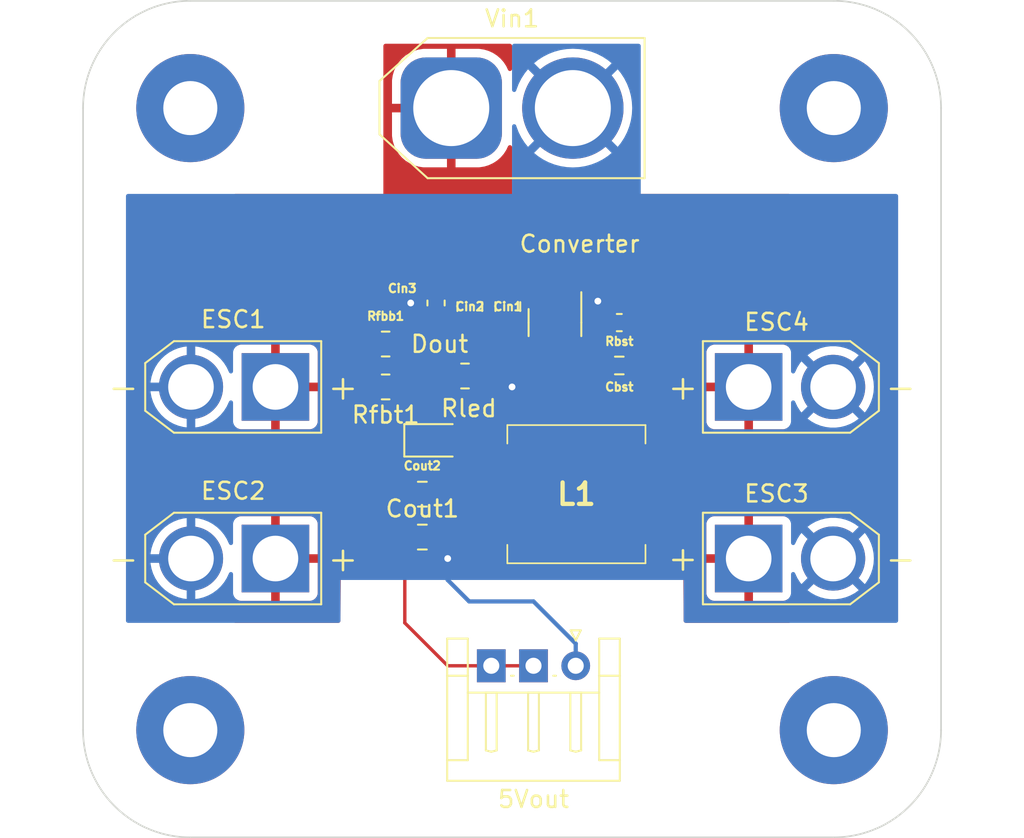
<source format=kicad_pcb>
(kicad_pcb (version 20240108) (generator "pcbnew") (generator_version "8.0")
  (layers (0 "F.Cu" signal) (31 "B.Cu" power) (34 "B.Paste" user) (35 "F.Paste" user) (36 "B.SilkS" user "B.Silkscreen") (37 "F.SilkS" user "F.Silkscreen") (38 "B.Mask" user) (39 "F.Mask" user) (44 "Edge.Cuts" user))
  (net 0 "")
  (net 1 "Net-(Cbst1-Pad1)")
  (net 2 "Net-(Converter1-Pad2)")
  (net 3 "VCC")
  (net 4 "GND")
  (net 5 "Net-(Converter1-Pad4)")
  (net 7 "Net-(Converter1-Pad6)")
  (net 8 "/Vout")
  (net 9 "Net-(Dout1-Pad1)")
  (footprint "MountingHole:MountingHole_3.2mm_M3_Pad" (layer "F.Cu") (at 107.95 97.79)
    (property "Reference" "REF**" (hide yes))
    (property "Value" "MountingHole_3.2mm_M3_Pad")
    (pad "1" thru_hole circle (at 0 0) (size 6.4 6.4) (drill 3.2) (layers "*.Cu" "*.Mask"))
  )
  (footprint "LED_SMD:LED_0805_2012Metric_Pad1.15x1.40mm_HandSolder" (layer "F.Cu") (at 122.48 80.6325)
    (property "Reference" "Dout" (at 0.227064 -5.7025 0) (layer "F.SilkS"))
    (property "Value" "LED" (hide yes))
    (fp_line (start -1.86 -0.96) (end -1.86 0.96) (stroke (width 0.12)) (layer "F.SilkS"))
    (fp_line (start -1.86 0.96) (end 1 0.96) (stroke (width 0.12)) (layer "F.SilkS"))
    (fp_line (start 1 -0.96) (end -1.86 -0.96) (stroke (width 0.12)) (layer "F.SilkS"))
    (pad "1" smd roundrect (at -1.025 0) (size 1.15 1.4) (layers "F.Cu" "F.Paste" "F.Mask") (roundrect_rratio 0.2173913043) (net 9 "Net-(Dout1-Pad1)"))
    (pad "2" smd roundrect (at 1.025 0) (size 1.15 1.4) (layers "F.Cu" "F.Paste" "F.Mask") (roundrect_rratio 0.2173913043) (net 8 "/Vout"))
  )
  (footprint "MountingHole:MountingHole_3.2mm_M3_Pad" (layer "F.Cu") (at 107.95 60.96)
    (property "Reference" "REF**" (hide yes))
    (property "Value" "MountingHole_3.2mm_M3_Pad")
    (pad "1" thru_hole circle (at 0 0) (size 6.4 6.4) (drill 3.2) (layers "*.Cu" "*.Mask"))
  )
  (footprint "KiCad:IHLP3232DZER330M11" (layer "F.Cu") (at 130.81 83.82 180)
    (property "Reference" "L1" (at 0 0 0) (layer "F.SilkS") (effects (font (size 1.27 1.27) (thickness 0.254))))
    (property "Value" "5.6uH" (hide yes))
    (fp_line (start 4.09 4.09) (end 4.09 3) (stroke (width 0.1)) (layer "F.SilkS"))
    (fp_line (start 4.09 -4.09) (end 4.09 -3) (stroke (width 0.1)) (layer "F.SilkS"))
    (fp_line (start -4.09 4.09) (end 4.09 4.09) (stroke (width 0.1)) (layer "F.SilkS"))
    (fp_line (start -4.09 3) (end -4.09 4.09) (stroke (width 0.1)) (layer "F.SilkS"))
    (fp_line (start -4.09 -3) (end -4.09 -4.09) (stroke (width 0.1)) (layer "F.SilkS"))
    (fp_line (start -4.09 -4.09) (end 4.09 -4.09) (stroke (width 0.1)) (layer "F.SilkS"))
    (pad "1" smd rect (at -3.619 0 180) (size 2.413 5.334) (layers "F.Cu" "F.Paste" "F.Mask") (net 2 "Net-(Converter1-Pad2)"))
    (pad "2" smd rect (at 3.619 0 180) (size 2.413 5.334) (layers "F.Cu" "F.Paste" "F.Mask") (net 8 "/Vout"))
  )
  (footprint "Capacitor_SMD:C_0603_1608Metric_Pad1.08x0.95mm_HandSolder" (layer "F.Cu") (at 133.35 73.66 180)
    (property "Reference" "Cbst" (at 0 -3.81 0) (layer "F.SilkS") (effects (font (size 0.5 0.5) (thickness 0.125))))
    (property "Value" "100nF" (hide yes))
    (fp_line (start -0.146267 0.51) (end 0.146267 0.51) (stroke (width 0.12)) (layer "F.SilkS"))
    (fp_line (start -0.146267 -0.51) (end 0.146267 -0.51) (stroke (width 0.12)) (layer "F.SilkS"))
    (pad "1" smd roundrect (at -0.8625 0 180) (size 1.075 0.95) (layers "F.Cu" "F.Paste" "F.Mask") (net 1 "Net-(Cbst1-Pad1)"))
    (pad "2" smd roundrect (at 0.8625 0 180) (size 1.075 0.95) (layers "F.Cu" "F.Paste" "F.Mask") (net 2 "Net-(Converter1-Pad2)"))
  )
  (footprint "Connector_AMASS:AMASS_XT30U-F_1x02_P5.0mm_Vertical" (layer "F.Cu") (at 107.99 77.47)
    (property "Reference" "ESC1" (at 2.5 -4 0) (layer "F.SilkS"))
    (property "Value" "Conn_01x02_Female")
    (fp_line (start -2.71 -1.41) (end -2.71 1.41) (stroke (width 0.12)) (layer "F.SilkS"))
    (fp_line (start -2.71 -1.41) (end -1.01 -2.71) (stroke (width 0.12)) (layer "F.SilkS"))
    (fp_line (start -2.71 1.41) (end -1.01 2.71) (stroke (width 0.12)) (layer "F.SilkS"))
    (fp_line (start -1.01 -2.71) (end 7.71 -2.71) (stroke (width 0.12)) (layer "F.SilkS"))
    (fp_line (start -1.01 2.71) (end 7.71 2.71) (stroke (width 0.12)) (layer "F.SilkS"))
    (fp_line (start 7.71 -2.71) (end 7.71 2.71) (stroke (width 0.12)) (layer "F.SilkS"))
    (fp_text user "+" (at 9 0 0) (layer "F.SilkS") (effects (font (size 1.5 1.5))))
    (fp_text user "-" (at -4 0 0) (layer "F.SilkS") (effects (font (size 1.5 1.5))))
    (pad "1" thru_hole oval (at 0 0) (size 3.8 3.8) (drill 2.7) (layers "*.Cu" "*.Mask") (net 4 "GND"))
    (pad "2" thru_hole rect (at 5 0) (size 4 4) (drill 2.7) (layers "*.Cu" "*.Mask") (net 3 "VCC"))
  )
  (footprint "Connector_JST:JST_EH_S3B-EH_1x03_P2.50mm_Horizontal" (layer "F.Cu") (at 130.77 93.98 180)
    (property "Reference" "5Vout" (at 2.5 -7.9 0) (layer "F.SilkS"))
    (property "Value" "Conn_01x03_Male")
    (fp_line (start 7.61 1.61) (end 6.39 1.61) (stroke (width 0.12)) (layer "F.SilkS"))
    (fp_line (start 7.61 -5.59) (end 6.39 -5.59) (stroke (width 0.12)) (layer "F.SilkS"))
    (fp_line (start 7.61 -6.81) (end 7.61 1.61) (stroke (width 0.12)) (layer "F.SilkS"))
    (fp_line (start 6.39 1.61) (end 6.39 -0.59) (stroke (width 0.12)) (layer "F.SilkS"))
    (fp_line (start 6.39 -0.59) (end 7.61 -0.59) (stroke (width 0.12)) (layer "F.SilkS"))
    (fp_line (start 6.39 -5.59) (end 6.39 -0.59) (stroke (width 0.12)) (layer "F.SilkS"))
    (fp_line (start 5.32 -1.59) (end 5 -1.59) (stroke (width 0.12)) (layer "F.SilkS"))
    (fp_line (start 5.32 -5.01) (end 5.32 -1.59) (stroke (width 0.12)) (layer "F.SilkS"))
    (fp_line (start 5 -1.59) (end 4.68 -1.59) (stroke (width 0.12)) (layer "F.SilkS"))
    (fp_line (start 5 -5.09) (end 5.32 -5.01) (stroke (width 0.12)) (layer "F.SilkS"))
    (fp_line (start 4.68 -1.59) (end 4.68 -5.01) (stroke (width 0.12)) (layer "F.SilkS"))
    (fp_line (start 4.68 -5.01) (end 5 -5.09) (stroke (width 0.12)) (layer "F.SilkS"))
    (fp_line (start 3.67 -0.59) (end 3.83 -0.59) (stroke (width 0.12)) (layer "F.SilkS"))
    (fp_line (start 2.82 -1.59) (end 2.5 -1.59) (stroke (width 0.12)) (layer "F.SilkS"))
    (fp_line (start 2.82 -5.01) (end 2.82 -1.59) (stroke (width 0.12)) (layer "F.SilkS"))
    (fp_line (start 2.5 -1.59) (end 2.18 -1.59) (stroke (width 0.12)) (layer "F.SilkS"))
    (fp_line (start 2.5 -5.09) (end 2.82 -5.01) (stroke (width 0.12)) (layer "F.SilkS"))
    (fp_line (start 2.18 -1.59) (end 2.18 -5.01) (stroke (width 0.12)) (layer "F.SilkS"))
    (fp_line (start 2.18 -5.01) (end 2.5 -5.09) (stroke (width 0.12)) (layer "F.SilkS"))
    (fp_line (start 1.17 -0.59) (end 1.33 -0.59) (stroke (width 0.12)) (layer "F.SilkS"))
    (fp_line (start 0.32 -1.59) (end 0 -1.59) (stroke (width 0.12)) (layer "F.SilkS"))
    (fp_line (start 0.32 -5.01) (end 0.32 -1.59) (stroke (width 0.12)) (layer "F.SilkS"))
    (fp_line (start 0.3 2.1) (end 0 1.5) (stroke (width 0.12)) (layer "F.SilkS"))
    (fp_line (start 0 1.5) (end -0.3 2.1) (stroke (width 0.12)) (layer "F.SilkS"))
    (fp_line (start 0 -1.59) (end -0.32 -1.59) (stroke (width 0.12)) (layer "F.SilkS"))
    (fp_line (start 0 -5.09) (end 0.32 -5.01) (stroke (width 0.12)) (layer "F.SilkS"))
    (fp_line (start -0.3 2.1) (end 0.3 2.1) (stroke (width 0.12)) (layer "F.SilkS"))
    (fp_line (start -0.32 -1.59) (end -0.32 -5.01) (stroke (width 0.12)) (layer "F.SilkS"))
    (fp_line (start -0.32 -5.01) (end 0 -5.09) (stroke (width 0.12)) (layer "F.SilkS"))
    (fp_line (start -1.39 1.61) (end -2.61 1.61) (stroke (width 0.12)) (layer "F.SilkS"))
    (fp_line (start -1.39 -0.59) (end -1.39 1.61) (stroke (width 0.12)) (layer "F.SilkS"))
    (fp_line (start -1.39 -0.59) (end -2.61 -0.59) (stroke (width 0.12)) (layer "F.SilkS"))
    (fp_line (start -1.39 -1.59) (end 6.39 -1.59) (stroke (width 0.12)) (layer "F.SilkS"))
    (fp_line (start -1.39 -5.59) (end -1.39 -0.59) (stroke (width 0.12)) (layer "F.SilkS"))
    (fp_line (start -2.61 1.61) (end -2.61 -6.81) (stroke (width 0.12)) (layer "F.SilkS"))
    (fp_line (start -2.61 -5.59) (end -1.39 -5.59) (stroke (width 0.12)) (layer "F.SilkS"))
    (fp_line (start -2.61 -6.81) (end 7.61 -6.81) (stroke (width 0.12)) (layer "F.SilkS"))
    (pad "1" thru_hole circle (at 0 0 180) (size 1.7 1.7) (drill 0.95) (layers "*.Cu" "*.Mask") (net 4 "GND"))
    (pad "2" thru_hole rect (at 2.5 0 180) (size 1.7 1.95) (drill 0.95) (layers "*.Cu" "*.Mask") (net 8 "/Vout"))
    (pad "3" thru_hole rect (at 5 0 180) (size 1.7 1.95) (drill 0.95) (layers "*.Cu" "*.Mask") (net 8 "/Vout"))
  )
  (footprint "Connector_AMASS:AMASS_XT60-M_1x02_P7.20mm_Vertical" (layer "F.Cu") (at 123.4 60.96)
    (property "Reference" "Vin1" (at 3.6 -5.3 0) (layer "F.SilkS"))
    (property "Value" "24V")
    (fp_line (start -4.25 -1.6) (end -4.25 1.55) (stroke (width 0.12)) (layer "F.SilkS"))
    (fp_line (start -4.25 1.55) (end -1.4 4.15) (stroke (width 0.12)) (layer "F.SilkS"))
    (fp_line (start -1.4 -4.15) (end -4.25 -1.6) (stroke (width 0.12)) (layer "F.SilkS"))
    (fp_line (start -1.4 4.15) (end 11.45 4.15) (stroke (width 0.12)) (layer "F.SilkS"))
    (fp_line (start 11.45 -4.15) (end -1.4 -4.15) (stroke (width 0.12)) (layer "F.SilkS"))
    (fp_line (start 11.45 4.15) (end 11.45 -4.15) (stroke (width 0.12)) (layer "F.SilkS"))
    (pad "1" thru_hole roundrect (at 0 0) (size 6 6) (drill 4.5) (layers "*.Cu" "*.Mask") (net 3 "VCC"))
    (pad "2" thru_hole circle (at 7.2 0) (size 6 6) (drill 4.5) (layers "*.Cu" "*.Mask") (net 4 "GND"))
  )
  (footprint "Resistor_SMD:R_0805_2012Metric_Pad1.20x1.40mm_HandSolder" (layer "F.Cu") (at 124.215 76.8225)
    (property "Reference" "Rled" (at 0.227064 1.9175 0) (layer "F.SilkS"))
    (property "Value" "5kOhm" (hide yes))
    (fp_line (start -0.227064 -0.735) (end 0.227064 -0.735) (stroke (width 0.12)) (layer "F.SilkS"))
    (fp_line (start -0.227064 0.735) (end 0.227064 0.735) (stroke (width 0.12)) (layer "F.SilkS"))
    (pad "1" smd roundrect (at -1 0) (size 1.2 1.4) (layers "F.Cu" "F.Paste" "F.Mask") (roundrect_rratio 0.2083333333) (net 9 "Net-(Dout1-Pad1)"))
    (pad "2" smd roundrect (at 1 0) (size 1.2 1.4) (layers "F.Cu" "F.Paste" "F.Mask") (roundrect_rratio 0.2083333333) (net 4 "GND"))
  )
  (footprint "Package_TO_SOT_SMD:SOT-23-6" (layer "F.Cu") (at 129.54 73.66 -90)
    (property "Reference" "Converter" (at -4.66 -1.46 180) (layer "F.SilkS"))
    (property "Value" "TPS56339DDC")
    (fp_line (start 0 1.56) (end -0.8 1.56) (stroke (width 0.12)) (layer "F.SilkS"))
    (fp_line (start 0 1.56) (end 0.8 1.56) (stroke (width 0.12)) (layer "F.SilkS"))
    (fp_line (start 0 -1.56) (end -1.8 -1.56) (stroke (width 0.12)) (layer "F.SilkS"))
    (fp_line (start 0 -1.56) (end 0.8 -1.56) (stroke (width 0.12)) (layer "F.SilkS"))
    (pad "1" smd roundrect (at -1.1375 -0.95 270) (size 1.325 0.6) (layers "F.Cu" "F.Paste" "F.Mask") (net 4 "GND"))
    (pad "2" smd roundrect (at -1.1375 0 270) (size 1.325 0.6) (layers "F.Cu" "F.Paste" "F.Mask") (net 2 "Net-(Converter1-Pad2)"))
    (pad "3" smd roundrect (at -1.1375 0.95 270) (size 1.325 0.6) (layers "F.Cu" "F.Paste" "F.Mask") (net 3 "VCC"))
    (pad "4" smd roundrect (at 1.1375 0.95 270) (size 1.325 0.6) (layers "F.Cu" "F.Paste" "F.Mask") (net 5 "Net-(Converter1-Pad4)"))
    (pad "5" smd roundrect (at 1.1375 0 270) (size 1.325 0.6) (layers "F.Cu" "F.Paste" "F.Mask"))
    (pad "6" smd roundrect (at 1.1375 -0.95 270) (size 1.325 0.6) (layers "F.Cu" "F.Paste" "F.Mask") (net 7 "Net-(Converter1-Pad6)"))
  )
  (footprint "Connector_AMASS:AMASS_XT30U-F_1x02_P5.0mm_Vertical" (layer "F.Cu") (at 146.01 77.47 180)
    (property "Reference" "ESC4" (at 3.35 3.84 0) (layer "F.SilkS"))
    (property "Value" "Conn_01x02_Female")
    (fp_line (start 7.71 -2.71) (end 7.71 2.71) (stroke (width 0.12)) (layer "F.SilkS"))
    (fp_line (start -1.01 2.71) (end 7.71 2.71) (stroke (width 0.12)) (layer "F.SilkS"))
    (fp_line (start -1.01 -2.71) (end 7.71 -2.71) (stroke (width 0.12)) (layer "F.SilkS"))
    (fp_line (start -2.71 1.41) (end -1.01 2.71) (stroke (width 0.12)) (layer "F.SilkS"))
    (fp_line (start -2.71 -1.41) (end -1.01 -2.71) (stroke (width 0.12)) (layer "F.SilkS"))
    (fp_line (start -2.71 -1.41) (end -2.71 1.41) (stroke (width 0.12)) (layer "F.SilkS"))
    (fp_text user "-" (at -4 0 0) (layer "F.SilkS") (effects (font (size 1.5 1.5))))
    (fp_text user "+" (at 8.89 0 0) (layer "F.SilkS") (effects (font (size 1.5 1.5))))
    (pad "1" thru_hole circle (at 0 0 180) (size 3.8 3.8) (drill 2.7) (layers "*.Cu" "*.Mask") (net 4 "GND"))
    (pad "2" thru_hole rect (at 5 0 180) (size 4 4) (drill 2.7) (layers "*.Cu" "*.Mask") (net 3 "VCC"))
  )
  (footprint "Resistor_SMD:R_0805_2012Metric_Pad1.20x1.40mm_HandSolder" (layer "F.Cu") (at 119.515 74.93)
    (property "Reference" "Rfbb1" (at 0 -1.65 0) (layer "F.SilkS") (effects (font (size 0.5 0.5) (thickness 0.125))))
    (property "Value" "10kOhm" (hide yes))
    (fp_line (start -0.227064 -0.735) (end 0.227064 -0.735) (stroke (width 0.12)) (layer "F.SilkS"))
    (fp_line (start -0.227064 0.735) (end 0.227064 0.735) (stroke (width 0.12)) (layer "F.SilkS"))
    (pad "1" smd roundrect (at -1 0) (size 1.2 1.4) (layers "F.Cu" "F.Paste" "F.Mask") (roundrect_rratio 0.2083333333) (net 5 "Net-(Converter1-Pad4)"))
    (pad "2" smd roundrect (at 1 0) (size 1.2 1.4) (layers "F.Cu" "F.Paste" "F.Mask") (roundrect_rratio 0.2083333333) (net 4 "GND"))
  )
  (footprint "Capacitor_SMD:C_0805_2012Metric_Pad1.18x1.45mm_HandSolder" (layer "F.Cu") (at 126.75 72.7125 -90)
    (property "Reference" "Cin1" (at 0 0 360) (layer "F.SilkS") (effects (font (size 0.5 0.5) (thickness 0.125))))
    (property "Value" "1uF" (hide yes))
    (fp_line (start -0.261252 0.735) (end 0.261252 0.735) (stroke (width 0.12)) (layer "F.SilkS"))
    (fp_line (start -0.261252 -0.735) (end 0.261252 -0.735) (stroke (width 0.12)) (layer "F.SilkS"))
    (pad "1" smd roundrect (at -1.0375 0 270) (size 1.175 1.45) (layers "F.Cu" "F.Paste" "F.Mask") (roundrect_rratio 0.2127659574) (net 3 "VCC"))
    (pad "2" smd roundrect (at 1.0375 0 270) (size 1.175 1.45) (layers "F.Cu" "F.Paste" "F.Mask") (roundrect_rratio 0.2127659574) (net 4 "GND"))
  )
  (footprint "Capacitor_SMD:C_0805_2012Metric_Pad1.18x1.45mm_HandSolder" (layer "F.Cu") (at 124.5 72.7125 -90)
    (property "Reference" "Cin2" (at 0 0 360) (layer "F.SilkS") (effects (font (size 0.5 0.5) (thickness 0.125))))
    (property "Value" "1uF" (hide yes))
    (fp_line (start -0.261252 0.735) (end 0.261252 0.735) (stroke (width 0.12)) (layer "F.SilkS"))
    (fp_line (start -0.261252 -0.735) (end 0.261252 -0.735) (stroke (width 0.12)) (layer "F.SilkS"))
    (pad "1" smd roundrect (at -1.0375 0 270) (size 1.175 1.45) (layers "F.Cu" "F.Paste" "F.Mask") (roundrect_rratio 0.2127659574) (net 3 "VCC"))
    (pad "2" smd roundrect (at 1.0375 0 270) (size 1.175 1.45) (layers "F.Cu" "F.Paste" "F.Mask") (roundrect_rratio 0.2127659574) (net 4 "GND"))
  )
  (footprint "MountingHole:MountingHole_3.2mm_M3_Pad" (layer "F.Cu") (at 146.05 60.96)
    (property "Reference" "REF**" (hide yes))
    (property "Value" "MountingHole_3.2mm_M3_Pad")
    (pad "1" thru_hole circle (at 0 0) (size 6.4 6.4) (drill 3.2) (layers "*.Cu" "*.Mask"))
  )
  (footprint "MountingHole:MountingHole_3.2mm_M3_Pad" (layer "F.Cu") (at 146.05 97.79)
    (property "Reference" "REF**" (hide yes))
    (property "Value" "MountingHole_3.2mm_M3_Pad")
    (pad "1" thru_hole circle (at 0 0) (size 6.4 6.4) (drill 3.2) (layers "*.Cu" "*.Mask"))
  )
  (footprint "Capacitor_SMD:C_0805_2012Metric_Pad1.18x1.45mm_HandSolder" (layer "F.Cu") (at 121.6875 86.36)
    (property "Reference" "Cout1" (at 0 -1.68 0) (layer "F.SilkS"))
    (property "Value" "22uF" (hide yes))
    (fp_line (start -0.261252 -0.735) (end 0.261252 -0.735) (stroke (width 0.12)) (layer "F.SilkS"))
    (fp_line (start -0.261252 0.735) (end 0.261252 0.735) (stroke (width 0.12)) (layer "F.SilkS"))
    (pad "1" smd roundrect (at -1.0375 0) (size 1.175 1.45) (layers "F.Cu" "F.Paste" "F.Mask") (roundrect_rratio 0.2127659574) (net 8 "/Vout"))
    (pad "2" smd roundrect (at 1.0375 0) (size 1.175 1.45) (layers "F.Cu" "F.Paste" "F.Mask") (roundrect_rratio 0.2127659574) (net 4 "GND"))
  )
  (footprint "Capacitor_SMD:C_0603_1608Metric_Pad1.08x0.95mm_HandSolder" (layer "F.Cu") (at 122.5 72.5 -90)
    (property "Reference" "Cin3" (at -0.8625 2 180) (layer "F.SilkS") (effects (font (size 0.5 0.5) (thickness 0.125))))
    (property "Value" "100nF" (hide yes))
    (fp_line (start -0.146267 0.51) (end 0.146267 0.51) (stroke (width 0.12)) (layer "F.SilkS"))
    (fp_line (start -0.146267 -0.51) (end 0.146267 -0.51) (stroke (width 0.12)) (layer "F.SilkS"))
    (pad "1" smd roundrect (at -0.8625 0 270) (size 1.075 0.95) (layers "F.Cu" "F.Paste" "F.Mask") (net 3 "VCC"))
    (pad "2" smd roundrect (at 0.8625 0 270) (size 1.075 0.95) (layers "F.Cu" "F.Paste" "F.Mask") (net 4 "GND"))
  )
  (footprint "Connector_AMASS:AMASS_XT30U-F_1x02_P5.0mm_Vertical" (layer "F.Cu") (at 146.01 87.63 180)
    (property "Reference" "ESC3" (at 3.35 3.84 0) (layer "F.SilkS"))
    (property "Value" "Conn_01x02_Female")
    (fp_line (start 7.71 -2.71) (end 7.71 2.71) (stroke (width 0.12)) (layer "F.SilkS"))
    (fp_line (start -1.01 2.71) (end 7.71 2.71) (stroke (width 0.12)) (layer "F.SilkS"))
    (fp_line (start -1.01 -2.71) (end 7.71 -2.71) (stroke (width 0.12)) (layer "F.SilkS"))
    (fp_line (start -2.71 1.41) (end -1.01 2.71) (stroke (width 0.12)) (layer "F.SilkS"))
    (fp_line (start -2.71 -1.41) (end -1.01 -2.71) (stroke (width 0.12)) (layer "F.SilkS"))
    (fp_line (start -2.71 -1.41) (end -2.71 1.41) (stroke (width 0.12)) (layer "F.SilkS"))
    (fp_text user "+" (at 8.89 0.03 0) (layer "F.SilkS") (effects (font (size 1.5 1.5))))
    (fp_text user "-" (at -4 0 0) (layer "F.SilkS") (effects (font (size 1.5 1.5))))
    (pad "1" thru_hole circle (at 0 0 180) (size 3.8 3.8) (drill 2.7) (layers "*.Cu" "*.Mask") (net 4 "GND"))
    (pad "2" thru_hole rect (at 5 0 180) (size 4 4) (drill 2.7) (layers "*.Cu" "*.Mask") (net 3 "VCC"))
  )
  (footprint "Connector_AMASS:AMASS_XT30U-F_1x02_P5.0mm_Vertical" (layer "F.Cu") (at 107.99 87.63)
    (property "Reference" "ESC2" (at 2.5 -4 0) (layer "F.SilkS"))
    (property "Value" "Conn_01x02_Female")
    (fp_line (start -2.71 -1.41) (end -2.71 1.41) (stroke (width 0.12)) (layer "F.SilkS"))
    (fp_line (start -2.71 -1.41) (end -1.01 -2.71) (stroke (width 0.12)) (layer "F.SilkS"))
    (fp_line (start -2.71 1.41) (end -1.01 2.71) (stroke (width 0.12)) (layer "F.SilkS"))
    (fp_line (start -1.01 -2.71) (end 7.71 -2.71) (stroke (width 0.12)) (layer "F.SilkS"))
    (fp_line (start -1.01 2.71) (end 7.71 2.71) (stroke (width 0.12)) (layer "F.SilkS"))
    (fp_line (start 7.71 -2.71) (end 7.71 2.71) (stroke (width 0.12)) (layer "F.SilkS"))
    (fp_text user "-" (at -4 0 0) (layer "F.SilkS") (effects (font (size 1.5 1.5))))
    (fp_text user "+" (at 9 0 0) (layer "F.SilkS") (effects (font (size 1.5 1.5))))
    (pad "1" thru_hole oval (at 0 0) (size 3.8 3.8) (drill 2.7) (layers "*.Cu" "*.Mask") (net 4 "GND"))
    (pad "2" thru_hole rect (at 5 0) (size 4 4) (drill 2.7) (layers "*.Cu" "*.Mask") (net 3 "VCC"))
  )
  (footprint "Resistor_SMD:R_0603_1608Metric_Pad0.98x0.95mm_HandSolder" (layer "F.Cu") (at 133.35 76.2)
    (property "Reference" "Rbst" (at 0 -1.43 0) (layer "F.SilkS") (effects (font (size 0.5 0.5) (thickness 0.125))))
    (property "Value" "300Ohm" (hide yes))
    (fp_line (start -0.254724 -0.5225) (end 0.254724 -0.5225) (stroke (width 0.12)) (layer "F.SilkS"))
    (fp_line (start -0.254724 0.5225) (end 0.254724 0.5225) (stroke (width 0.12)) (layer "F.SilkS"))
    (pad "1" smd roundrect (at -0.9125 0) (size 0.975 0.95) (layers "F.Cu" "F.Paste" "F.Mask") (net 7 "Net-(Converter1-Pad6)"))
    (pad "2" smd roundrect (at 0.9125 0) (size 0.975 0.95) (layers "F.Cu" "F.Paste" "F.Mask") (net 1 "Net-(Cbst1-Pad1)"))
  )
  (footprint "Capacitor_SMD:C_0805_2012Metric_Pad1.18x1.45mm_HandSolder" (layer "F.Cu") (at 121.6875 83.82)
    (property "Reference" "Cout2" (at 0 -1.68 0) (layer "F.SilkS") (effects (font (size 0.5 0.5) (thickness 0.125))))
    (property "Value" "22uF" (hide yes))
    (fp_line (start -0.261252 -0.735) (end 0.261252 -0.735) (stroke (width 0.12)) (layer "F.SilkS"))
    (fp_line (start -0.261252 0.735) (end 0.261252 0.735) (stroke (width 0.12)) (layer "F.SilkS"))
    (pad "1" smd roundrect (at -1.0375 0) (size 1.175 1.45) (layers "F.Cu" "F.Paste" "F.Mask") (roundrect_rratio 0.2127659574) (net 8 "/Vout"))
    (pad "2" smd roundrect (at 1.0375 0) (size 1.175 1.45) (layers "F.Cu" "F.Paste" "F.Mask") (roundrect_rratio 0.2127659574) (net 4 "GND"))
  )
  (footprint "Resistor_SMD:R_0805_2012Metric_Pad1.20x1.40mm_HandSolder" (layer "F.Cu") (at 119.515 77.47 180)
    (property "Reference" "Rfbt1" (at 0 -1.65 0) (layer "F.SilkS"))
    (property "Value" "52.3kOhm" (hide yes))
    (fp_line (start -0.227064 0.735) (end 0.227064 0.735) (stroke (width 0.12)) (layer "F.SilkS"))
    (fp_line (start -0.227064 -0.735) (end 0.227064 -0.735) (stroke (width 0.12)) (layer "F.SilkS"))
    (pad "1" smd roundrect (at -1 0 180) (size 1.2 1.4) (layers "F.Cu" "F.Paste" "F.Mask") (roundrect_rratio 0.2083333333) (net 8 "/Vout"))
    (pad "2" smd roundrect (at 1 0 180) (size 1.2 1.4) (layers "F.Cu" "F.Paste" "F.Mask") (roundrect_rratio 0.2083333333) (net 5 "Net-(Converter1-Pad4)"))
  )
  (gr_arc (start 146.05 54.61) (mid 150.540128 56.469872) (end 152.4 60.96) (stroke (width 0.1)) (layer "Edge.Cuts"))
  (gr_line (start 101.6 97.79) (end 101.6 60.96) (stroke (width 0.1)) (layer "Edge.Cuts"))
  (gr_arc (start 152.4 97.79) (mid 150.540128 102.280128) (end 146.05 104.14) (stroke (width 0.1)) (layer "Edge.Cuts"))
  (gr_arc (start 107.95 104.14) (mid 103.459872 102.280128) (end 101.6 97.79) (stroke (width 0.1)) (layer "Edge.Cuts"))
  (gr_line (start 152.4 97.79) (end 152.4 60.96) (stroke (width 0.1)) (layer "Edge.Cuts"))
  (gr_line (start 107.95 54.61) (end 146.05 54.61) (stroke (width 0.1)) (layer "Edge.Cuts"))
  (gr_arc (start 101.6 60.96) (mid 103.459872 56.469872) (end 107.95 54.61) (stroke (width 0.1)) (layer "Edge.Cuts"))
  (gr_line (start 107.95 104.14) (end 146.05 104.14) (stroke (width 0.1)) (layer "Edge.Cuts"))
  (segment (start 134.2625 73.71) (end 134.2625 76.2) (width 0.2) (layer "F.Cu") (net 1))
  (segment (start 134.2125 73.66) (end 134.2625 73.71) (width 0.2) (layer "F.Cu") (net 1))
  (segment (start 132.4875 73.66) (end 133.2625 72.885) (width 0.2) (layer "F.Cu") (net 2))
  (segment (start 130.328604 73.66) (end 129.54 72.871396) (width 0.2) (layer "F.Cu") (net 2))
  (segment (start 129.54 72.871396) (end 129.54 72.5225) (width 0.2) (layer "F.Cu") (net 2))
  (segment (start 135.89 74.03986) (end 135.89 82.359) (width 0.2) (layer "F.Cu") (net 2))
  (segment (start 133.2625 72.885) (end 134.73514 72.885) (width 0.2) (layer "F.Cu") (net 2))
  (segment (start 132.4875 73.66) (end 130.328604 73.66) (width 0.2) (layer "F.Cu") (net 2))
  (segment (start 135.89 82.359) (end 134.429 83.82) (width 0.2) (layer "F.Cu") (net 2))
  (segment (start 134.73514 72.885) (end 135.89 74.03986) (width 0.2) (layer "F.Cu") (net 2))
  (segment (start 127.7425 71.675) (end 128.59 72.5225) (width 0.508) (layer "F.Cu") (net 3))
  (segment (start 124.5 71.675) (end 126.75 71.675) (width 0.508) (layer "F.Cu") (net 3))
  (segment (start 124.3625 71.6375) (end 124.5 71.5) (width 0.25) (layer "F.Cu") (net 3))
  (segment (start 124.4625 71.6375) (end 124.5 71.675) (width 0.25) (layer "F.Cu") (net 3))
  (segment (start 126.75 71.675) (end 127.7425 71.675) (width 0.508) (layer "F.Cu") (net 3))
  (segment (start 126.75 71.675) (end 126.75 70.25) (width 0.635) (layer "F.Cu") (net 3))
  (segment (start 122.5 71.6375) (end 124.4625 71.6375) (width 0.508) (layer "F.Cu") (net 3))
  (segment (start 122.725 83.82) (end 122.63 83.725) (width 0.2) (layer "F.Cu") (net 4))
  (segment (start 130.49 72.906751) (end 130.49 72.5225) (width 0.25) (layer "F.Cu") (net 4))
  (segment (start 124.2875 73.3625) (end 124.5 73.575) (width 0.25) (layer "F.Cu") (net 4))
  (segment (start 125.215 76.8225) (end 125.8625 77.47) (width 0.2) (layer "F.Cu") (net 4))
  (segment (start 124.46 75.1975) (end 125.215 75.9525) (width 0.2) (layer "F.Cu") (net 4))
  (segment (start 131.9475 72.5225) (end 132.08 72.39) (width 0.25) (layer "F.Cu") (net 4))
  (segment (start 130.49 72.5225) (end 131.9475 72.5225) (width 0.25) (layer "F.Cu") (net 4))
  (segment (start 122.725 87.165) (end 123.19 87.63) (width 0.2) (layer "F.Cu") (net 4))
  (segment (start 120.515 74.93) (end 120.7825 75.1975) (width 0.2) (layer "F.Cu") (net 4))
  (segment (start 120.515 74.93) (end 120.785 74.93) (width 0.2) (layer "F.Cu") (net 4))
  (segment (start 122.725 86.36) (end 122.725 83.82) (width 0.2) (layer "F.Cu") (net 4))
  (segment (start 122.5 73.3625) (end 121.8625 73.3625) (width 0.25) (layer "F.Cu") (net 4))
  (segment (start 125.215 75.9525) (end 125.215 76.8225) (width 0.2) (layer "F.Cu") (net 4))
  (segment (start 120.7825 75.1975) (end 124.46 75.1975) (width 0.2) (layer "F.Cu") (net 4))
  (segment (start 125.8625 77.47) (end 127 77.47) (width 0.2) (layer "F.Cu") (net 4))
  (segment (start 124.1125 73.3625) (end 124.5 73.75) (width 0.25) (layer "F.Cu") (net 4))
  (segment (start 124.5 73.75) (end 126.75 73.75) (width 0.25) (layer "F.Cu") (net 4))
  (segment (start 121.8625 73.3625) (end 121 72.5) (width 0.25) (layer "F.Cu") (net 4))
  (segment (start 122.5 73.3625) (end 124.1125 73.3625) (width 0.25) (layer "F.Cu") (net 4))
  (segment (start 122.725 86.36) (end 122.725 87.165) (width 0.2) (layer "F.Cu") (net 4))
  (segment (start 120.515 74.93) (end 120.66875 74.77625) (width 0.2) (layer "F.Cu") (net 4))
  (via (at 121 72.5) (size 0.8) (drill 0.4) (layers "F.Cu" "B.Cu") (net 4))
  (via (at 123.19 87.63) (size 0.8) (drill 0.4) (layers "F.Cu" "B.Cu") (net 4))
  (via (at 127 77.47) (size 0.8) (drill 0.4) (layers "F.Cu" "B.Cu") (net 4))
  (via (at 132.08 72.39) (size 0.8) (drill 0.4) (layers "F.Cu" "B.Cu") (net 4))
  (segment (start 130.77 92.67) (end 128.27 90.17) (width 0.25) (layer "B.Cu") (net 4))
  (segment (start 130.77 93.98) (end 130.77 92.67) (width 0.25) (layer "B.Cu") (net 4))
  (segment (start 128.27 90.17) (end 124.46 90.17) (width 0.25) (layer "B.Cu") (net 4))
  (segment (start 123.19 88.9) (end 123.19 87.63) (width 0.25) (layer "B.Cu") (net 4))
  (segment (start 130.77 93.98) (end 130.81 93.94) (width 0.25) (layer "B.Cu") (net 4))
  (segment (start 124.46 90.17) (end 123.19 88.9) (width 0.25) (layer "B.Cu") (net 4))
  (segment (start 128.59 74.7975) (end 121.960317 74.7975) (width 0.2) (layer "F.Cu") (net 5))
  (segment (start 119.515 73.93) (end 118.515 74.93) (width 0.2) (layer "F.Cu") (net 5))
  (segment (start 121.960317 74.7975) (end 121.092817 73.93) (width 0.2) (layer "F.Cu") (net 5))
  (segment (start 121.092817 73.93) (end 119.515 73.93) (width 0.2) (layer "F.Cu") (net 5))
  (segment (start 118.515 74.93) (end 118.515 77.47) (width 0.2) (layer "F.Cu") (net 5))
  (segment (start 131.035 74.7975) (end 130.49 74.7975) (width 0.2) (layer "F.Cu") (net 7))
  (segment (start 132.4375 76.2) (end 131.035 74.7975) (width 0.2) (layer "F.Cu") (net 7))
  (segment (start 120.515 77.47) (end 120.515 83.685) (width 0.25) (layer "F.Cu") (net 8))
  (segment (start 125.77 93.98) (end 128.27 93.98) (width 0.2) (layer "F.Cu") (net 8))
  (segment (start 120.515 83.685) (end 120.65 83.82) (width 0.25) (layer "F.Cu") (net 8))
  (segment (start 123.505 80.6325) (end 123.505 80.965) (width 0.25) (layer "F.Cu") (net 8))
  (segment (start 120.185 83.82) (end 120.65 83.82) (width 0.2) (layer "F.Cu") (net 8))
  (segment (start 120.65 86.36) (end 120.65 91.44) (width 0.2) (layer "F.Cu") (net 8))
  (segment (start 121.675 82.795) (end 126.166 82.795) (width 0.2) (layer "F.Cu") (net 8))
  (segment (start 123.19 93.98) (end 125.77 93.98) (width 0.2) (layer "F.Cu") (net 8))
  (segment (start 120.65 91.44) (end 123.19 93.98) (width 0.2) (layer "F.Cu") (net 8))
  (segment (start 120.65 83.82) (end 120.65 83.4875) (width 0.2) (layer "F.Cu") (net 8))
  (segment (start 123.505 80.965) (end 121.675 82.795) (width 0.25) (layer "F.Cu") (net 8))
  (segment (start 126.166 82.795) (end 127.191 83.82) (width 0.2) (layer "F.Cu") (net 8))
  (segment (start 120.65 83.82) (end 121.675 82.795) (width 0.2) (layer "F.Cu") (net 8))
  (segment (start 120.65 83.82) (end 120.65 86.36) (width 0.2) (layer "F.Cu") (net 8))
  (segment (start 123.215 76.8225) (end 123.215 78.8725) (width 0.2) (layer "F.Cu") (net 9))
  (segment (start 123.19 76.8475) (end 123.215 76.8225) (width 0.2) (layer "F.Cu") (net 9))
  (segment (start 123.215 78.8725) (end 121.455 80.6325) (width 0.2) (layer "F.Cu") (net 9))
  (zone (net 3) (net_name "VCC") (layer "F.Cu") (connect_pads (clearance 0.508)) (min_thickness 0.254) (fill yes (thermal_gap 0.508) (thermal_bridge_width 0.508))
    (polygon (pts (xy 127 66.04) (xy 143.51 66.04) (xy 143.51 91.44) (xy 137.16 91.44) (xy 137 70.5) (xy 117 70.5) (xy 116.84 91.44) (xy 110.49 91.44) (xy 110.49 66.04) (xy 119.38 66.04) (xy 119.38 57.15) (xy 127 57.15)))
  )
  (zone (net 4) (net_name "GND") (layer "B.Cu") (connect_pads (clearance 0.508)) (min_thickness 0.254) (fill yes (thermal_gap 0.508) (thermal_bridge_width 0.508))
    (polygon (pts (xy 134.62 66.04) (xy 149.86 66.04) (xy 149.86 91.44) (xy 137.16 91.44) (xy 137.16 88.9) (xy 116.84 88.9) (xy 116.84 91.44) (xy 104.14 91.44) (xy 104.14 66.04) (xy 127 66.04) (xy 127 57.15) (xy 134.62 57.15)))
  )
)
</source>
